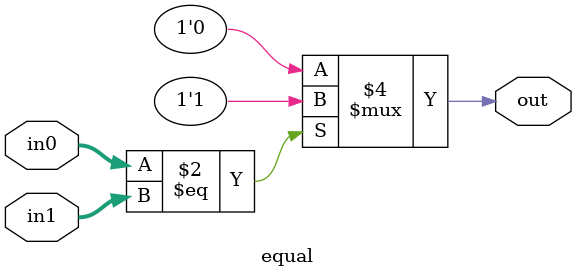
<source format=v>
`timescale 1ns / 1ps


module equal(
         output reg out,
         input[3:0] in0,in1);
         always @(*)
         if(in0==in1)
          out=1;
          else
          out=0;
endmodule

</source>
